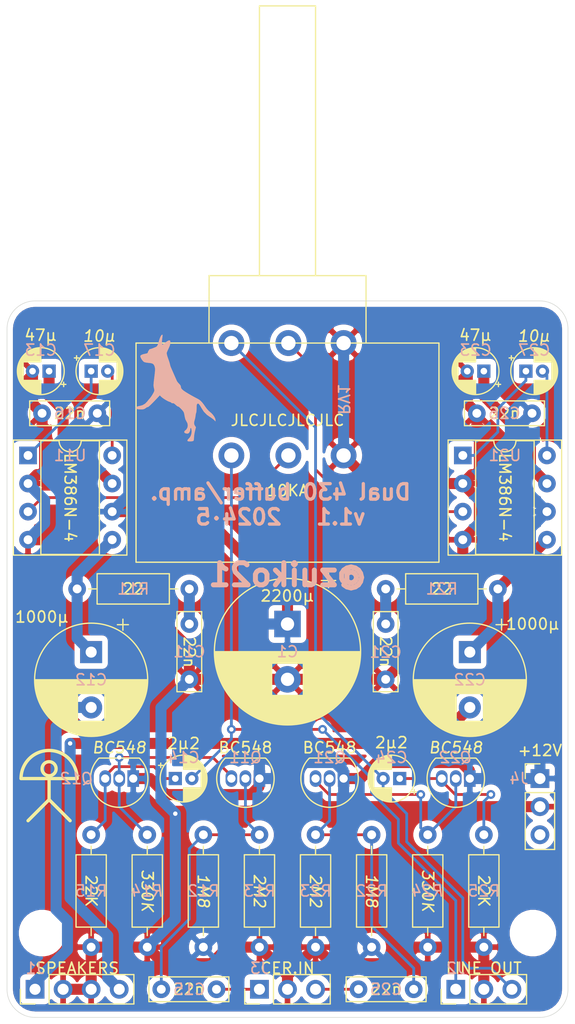
<source format=kicad_pcb>
(kicad_pcb (version 20171130) (host pcbnew "(5.1.2-1)-1")
  (layers (0 F.Cu signal) (31 B.Cu signal) (34 B.Paste user) (35 F.Paste user) (36 B.SilkS user) (37 F.SilkS user) (38 B.Mask user) (39 F.Mask user) (44 Edge.Cuts user))
  (net 0 "")
  (net 1 GND)
  (net 2 +12V)
  (net 3 /LS)
  (net 4 /LO)
  (net 5 /LBP)
  (net 6 /LOUT)
  (net 7 /LBUF2)
  (net 8 /LBIAS)
  (net 9 /RS)
  (net 10 /RO)
  (net 11 /RBP)
  (net 12 /ROUT)
  (net 13 /RBIAS)
  (net 14 /LBUF1)
  (net 15 /LV)
  (net 16 /RV)
  (net 17 /L_LS)
  (net 18 /R_LS)
  (net 19 /LEFT)
  (net 20 /RIGHT)
  (net 21 /RBUF2)
  (net 22 /RBUF1)
  (net 23 /AV8L)
  (net 24 /AV1L)
  (net 25 /AV8R)
  (net 26 /AV1R)
  (module durango:chuchario600 (layer B.Cu) (at 33.655 29.21 180)
    (fp_text reference G*** hide)
    (fp_text value LOGO hide)
  )
  (module Capacitor_THT:CP_Radial_D4.0mm_P1.50mm (layer F.Cu) (at 66.04 27.94)
    (fp_text reference C27 (at 0.75 -1.905 unlocked) (layer B.SilkS) (effects (justify mirror)))
    (fp_text value 10µ (at 0.75 -3.175 unlocked) (layer F.SilkS) (effects (font (thickness 0.15) italic)))
    (pad 2 thru_hole circle (at 1.5 0) (size 1.2 1.2) (drill 0.6) (layers *.Cu *.Mask) (net 25 /AV8R))
    (pad 1 thru_hole rect (at 0 0) (size 1.2 1.2) (drill 0.6) (layers *.Cu *.Mask) (net 26 /AV1R))
  )
  (module Capacitor_THT:CP_Radial_D4.0mm_P1.50mm (layer F.Cu) (at 26.67 27.94)
    (fp_text reference C17 (at 0.75 -1.905 unlocked) (layer B.SilkS) (effects (justify mirror)))
    (fp_text value 10µ (at 0.75 -3.175) (layer F.SilkS) (effects (font (thickness 0.15) italic)))
    (pad 2 thru_hole circle (at 1.5 0) (size 1.2 1.2) (drill 0.6) (layers *.Cu *.Mask) (net 23 /AV8L))
    (pad 1 thru_hole rect (at 0 0) (size 1.2 1.2) (drill 0.6) (layers *.Cu *.Mask) (net 24 /AV1L))
  )
  (module MountingHole:MountingHole_3.2mm_M3_DIN965 (layer F.Cu) (at 66.675 78.74)
    (fp_text reference H2 hide)
    (fp_text value MountingHole hide)
    (pad 1 np_thru_hole circle (at 0 0) (size 3.2 3.2) (drill 3.2) (layers *.Cu *.Mask))
  )
  (module MountingHole:MountingHole_3.2mm_M3_DIN965 (layer F.Cu) (at 22.225 78.74)
    (fp_text reference H1 hide)
    (fp_text value MountingHole hide)
    (pad 1 np_thru_hole circle (at 0 0) (size 3.2 3.2) (drill 3.2) (layers *.Cu *.Mask))
  )
  (module Connector_PinHeader_2.54mm:PinHeader_1x04_P2.54mm_Vertical (layer F.Cu) (at 21.59 83.82 90)
    (fp_text reference J1 (at 1.905 0 180) (layer B.SilkS) (effects (justify mirror)))
    (fp_text value SPEAKERS (at 1.905 3.81 unlocked) (layer F.SilkS))
    (pad 4 thru_hole oval (at 0 7.62 90) (size 1.7 1.7) (drill 1) (layers *.Cu *.Mask) (net 18 /R_LS))
    (pad 3 thru_hole oval (at 0 5.08 90) (size 1.7 1.7) (drill 1) (layers *.Cu *.Mask) (net 1 GND))
    (pad 2 thru_hole oval (at 0 2.54 90) (size 1.7 1.7) (drill 1) (layers *.Cu *.Mask) (net 1 GND))
    (pad 1 thru_hole rect (at 0 0 90) (size 1.7 1.7) (drill 1) (layers *.Cu *.Mask) (net 17 /L_LS))
  )
  (module Potentiometer_THT:Potentiometer_Alps_225G_Dual_Horizontal (layer F.Cu) (at 49.53 30.48 90)
    (fp_text reference RV1 (at 0 0 270 unlocked) (layer B.SilkS) (effects (justify mirror)))
    (fp_text value 10KA (at -8.255 -5.08 unlocked) (layer F.SilkS))
    (pad 4 thru_hole circle (at 5.08 0 90) (size 2.34 2.34) (drill 1.3) (layers *.Cu *.Mask) (net 1 GND))
    (pad 5 thru_hole circle (at 5.08 -5 90) (size 2.34 2.34) (drill 1.3) (layers *.Cu *.Mask) (net 16 /RV))
    (pad 6 thru_hole circle (at 5.08 -10.16 90) (size 2.34 2.34) (drill 1.3) (layers *.Cu *.Mask) (net 12 /ROUT))
    (pad 1 thru_hole circle (at -5.08 0 90) (size 2.34 2.34) (drill 1.3) (layers *.Cu *.Mask) (net 1 GND))
    (pad 2 thru_hole circle (at -5.08 -5 90) (size 2.34 2.34) (drill 1.3) (layers *.Cu *.Mask) (net 15 /LV))
    (pad 3 thru_hole circle (at -5.08 -10.16 90) (size 2.34 2.34) (drill 1.3) (layers *.Cu *.Mask) (net 6 /LOUT))
  )
  (module Capacitor_THT:C_Rect_L7.0mm_W2.0mm_P5.00mm (layer F.Cu) (at 61.595 31.75)
    (fp_text reference C26 (at 2.5 0 unlocked) (layer B.SilkS) (effects (justify mirror)))
    (fp_text value 22n (at 2.5 0 unlocked) (layer F.SilkS))
    (pad 2 thru_hole circle (at 5 0) (size 1.6 1.6) (drill 0.8) (layers *.Cu *.Mask) (net 2 +12V))
    (pad 1 thru_hole circle (at 0 0) (size 1.6 1.6) (drill 0.8) (layers *.Cu *.Mask) (net 1 GND))
  )
  (module Capacitor_THT:C_Rect_L7.0mm_W2.0mm_P5.00mm (layer F.Cu) (at 55.88 83.82 180)
    (fp_text reference C25 (at 2.5 0 unlocked) (layer B.SilkS) (effects (justify mirror)))
    (fp_text value 22n (at 2.5 0 unlocked) (layer F.SilkS))
    (pad 2 thru_hole circle (at 5 0 180) (size 1.6 1.6) (drill 0.8) (layers *.Cu *.Mask) (net 20 /RIGHT))
    (pad 1 thru_hole circle (at 0 0 180) (size 1.6 1.6) (drill 0.8) (layers *.Cu *.Mask) (net 13 /RBIAS))
  )
  (module Capacitor_THT:C_Rect_L7.0mm_W2.0mm_P5.00mm (layer F.Cu) (at 53.34 50.8 270)
    (fp_text reference C21 (at 2.54 0 unlocked) (layer B.SilkS) (effects (justify mirror)))
    (fp_text value 22n (at 2.5 0 270 unlocked) (layer F.SilkS))
    (pad 2 thru_hole circle (at 5 0 270) (size 1.6 1.6) (drill 0.8) (layers *.Cu *.Mask) (net 1 GND))
    (pad 1 thru_hole circle (at 0 0 270) (size 1.6 1.6) (drill 0.8) (layers *.Cu *.Mask) (net 9 /RS))
  )
  (module Capacitor_THT:C_Rect_L7.0mm_W2.0mm_P5.00mm (layer F.Cu) (at 22.225 31.75)
    (fp_text reference C16 (at 2.54 0 unlocked) (layer B.SilkS) (effects (justify mirror)))
    (fp_text value 22n (at 2.5 0) (layer F.SilkS))
    (pad 2 thru_hole circle (at 5 0) (size 1.6 1.6) (drill 0.8) (layers *.Cu *.Mask) (net 2 +12V))
    (pad 1 thru_hole circle (at 0 0) (size 1.6 1.6) (drill 0.8) (layers *.Cu *.Mask) (net 1 GND))
  )
  (module Capacitor_THT:C_Rect_L7.0mm_W2.0mm_P5.00mm (layer F.Cu) (at 33.02 83.82)
    (fp_text reference C15 (at 2.54 0 unlocked) (layer B.SilkS) (effects (justify mirror)))
    (fp_text value 22n (at 2.5 0) (layer F.SilkS))
    (pad 2 thru_hole circle (at 5 0) (size 1.6 1.6) (drill 0.8) (layers *.Cu *.Mask) (net 19 /LEFT))
    (pad 1 thru_hole circle (at 0 0) (size 1.6 1.6) (drill 0.8) (layers *.Cu *.Mask) (net 8 /LBIAS))
  )
  (module Capacitor_THT:C_Rect_L7.0mm_W2.0mm_P5.00mm (layer F.Cu) (at 35.56 50.8 270)
    (fp_text reference C11 (at 2.5 0 unlocked) (layer B.SilkS) (effects (justify mirror)))
    (fp_text value 22n (at 2.54 0 270 unlocked) (layer F.SilkS))
    (pad 2 thru_hole circle (at 5 0 270) (size 1.6 1.6) (drill 0.8) (layers *.Cu *.Mask) (net 1 GND))
    (pad 1 thru_hole circle (at 0 0 270) (size 1.6 1.6) (drill 0.8) (layers *.Cu *.Mask) (net 3 /LS))
  )
  (module Connector_PinHeader_2.54mm:PinHeader_1x03_P2.54mm_Vertical (layer F.Cu) (at 59.69 83.82 90)
    (fp_text reference J2 (at 1.905 0 unlocked) (layer B.SilkS) (effects (justify mirror)))
    (fp_text value "LINE OUT" (at 1.905 2.54 unlocked) (layer F.SilkS))
    (pad 3 thru_hole oval (at 0 5.08 90) (size 1.7 1.7) (drill 1) (layers *.Cu *.Mask) (net 12 /ROUT))
    (pad 2 thru_hole oval (at 0 2.54 90) (size 1.7 1.7) (drill 1) (layers *.Cu *.Mask) (net 1 GND))
    (pad 1 thru_hole rect (at 0 0 90) (size 1.7 1.7) (drill 1) (layers *.Cu *.Mask) (net 6 /LOUT))
  )
  (module Package_DIP:DIP-8_W7.62mm_Socket (layer F.Cu) (at 60.325 35.56)
    (fp_text reference U21 (at 3.81 0 unlocked) (layer B.SilkS) (effects (justify mirror)))
    (fp_text value LM386N-4 (at 3.81 3.81 270 unlocked) (layer F.SilkS))
    (pad 8 thru_hole oval (at 7.62 0) (size 1.6 1.6) (drill 0.8) (layers *.Cu *.Mask) (net 25 /AV8R))
    (pad 4 thru_hole oval (at 0 7.62) (size 1.6 1.6) (drill 0.8) (layers *.Cu *.Mask) (net 1 GND))
    (pad 7 thru_hole oval (at 7.62 2.54) (size 1.6 1.6) (drill 0.8) (layers *.Cu *.Mask) (net 11 /RBP))
    (pad 3 thru_hole oval (at 0 5.08) (size 1.6 1.6) (drill 0.8) (layers *.Cu *.Mask) (net 16 /RV))
    (pad 6 thru_hole oval (at 7.62 5.08) (size 1.6 1.6) (drill 0.8) (layers *.Cu *.Mask) (net 2 +12V))
    (pad 2 thru_hole oval (at 0 2.54) (size 1.6 1.6) (drill 0.8) (layers *.Cu *.Mask) (net 1 GND))
    (pad 5 thru_hole oval (at 7.62 7.62) (size 1.6 1.6) (drill 0.8) (layers *.Cu *.Mask) (net 10 /RO))
    (pad 1 thru_hole rect (at 0 0) (size 1.6 1.6) (drill 0.8) (layers *.Cu *.Mask) (net 26 /AV1R))
  )
  (module Package_DIP:DIP-8_W7.62mm_Socket (layer F.Cu) (at 20.955 35.56)
    (fp_text reference U11 (at 3.81 0 unlocked) (layer B.SilkS) (effects (justify mirror)))
    (fp_text value LM386N-4 (at 3.81 3.81 270 unlocked) (layer F.SilkS))
    (pad 8 thru_hole oval (at 7.62 0) (size 1.6 1.6) (drill 0.8) (layers *.Cu *.Mask) (net 23 /AV8L))
    (pad 4 thru_hole oval (at 0 7.62) (size 1.6 1.6) (drill 0.8) (layers *.Cu *.Mask) (net 1 GND))
    (pad 7 thru_hole oval (at 7.62 2.54) (size 1.6 1.6) (drill 0.8) (layers *.Cu *.Mask) (net 5 /LBP))
    (pad 3 thru_hole oval (at 0 5.08) (size 1.6 1.6) (drill 0.8) (layers *.Cu *.Mask) (net 15 /LV))
    (pad 6 thru_hole oval (at 7.62 5.08) (size 1.6 1.6) (drill 0.8) (layers *.Cu *.Mask) (net 2 +12V))
    (pad 2 thru_hole oval (at 0 2.54) (size 1.6 1.6) (drill 0.8) (layers *.Cu *.Mask) (net 1 GND))
    (pad 5 thru_hole oval (at 7.62 7.62) (size 1.6 1.6) (drill 0.8) (layers *.Cu *.Mask) (net 4 /LO))
    (pad 1 thru_hole rect (at 0 0) (size 1.6 1.6) (drill 0.8) (layers *.Cu *.Mask) (net 24 /AV1L))
  )
  (module Resistor_THT:R_Axial_DIN0207_L6.3mm_D2.5mm_P10.16mm_Horizontal (layer F.Cu) (at 62.23 69.85 270)
    (fp_text reference R25 (at 5.08 0 unlocked) (layer B.SilkS) (effects (justify mirror)))
    (fp_text value 22K (at 5.08 0 270 unlocked) (layer F.SilkS))
    (pad 2 thru_hole oval (at 10.16 0 270) (size 1.6 1.6) (drill 0.8) (layers *.Cu *.Mask) (net 1 GND))
    (pad 1 thru_hole circle (at 0 0 270) (size 1.6 1.6) (drill 0.8) (layers *.Cu *.Mask) (net 21 /RBUF2))
  )
  (module Resistor_THT:R_Axial_DIN0207_L6.3mm_D2.5mm_P10.16mm_Horizontal (layer F.Cu) (at 57.15 69.85 270)
    (fp_text reference R24 (at 5.08 0 unlocked) (layer B.SilkS) (effects (font (thickness 0.15) italic) (justify mirror)))
    (fp_text value 330K (at 5.08 0 270 unlocked) (layer F.SilkS) (effects (font (thickness 0.15) italic)))
    (pad 2 thru_hole oval (at 10.16 0 270) (size 1.6 1.6) (drill 0.8) (layers *.Cu *.Mask) (net 1 GND))
    (pad 1 thru_hole circle (at 0 0 270) (size 1.6 1.6) (drill 0.8) (layers *.Cu *.Mask) (net 22 /RBUF1))
  )
  (module Resistor_THT:R_Axial_DIN0207_L6.3mm_D2.5mm_P10.16mm_Horizontal (layer F.Cu) (at 46.99 69.85 270)
    (fp_text reference R23 (at 5.08 0 unlocked) (layer B.SilkS) (effects (justify mirror)))
    (fp_text value 2M2 (at 5.08 0 270 unlocked) (layer F.SilkS) (effects (font (thickness 0.15) italic)))
    (pad 2 thru_hole oval (at 10.16 0 270) (size 1.6 1.6) (drill 0.8) (layers *.Cu *.Mask) (net 1 GND))
    (pad 1 thru_hole circle (at 0 0 270) (size 1.6 1.6) (drill 0.8) (layers *.Cu *.Mask) (net 13 /RBIAS))
  )
  (module Resistor_THT:R_Axial_DIN0207_L6.3mm_D2.5mm_P10.16mm_Horizontal (layer F.Cu) (at 52.07 80.01 90)
    (fp_text reference R22 (at 5.08 0 unlocked) (layer B.SilkS) (effects (justify mirror)))
    (fp_text value 1M8 (at 5.08 0 270 unlocked) (layer F.SilkS) (effects (font (thickness 0.15) italic)))
    (pad 2 thru_hole oval (at 10.16 0 90) (size 1.6 1.6) (drill 0.8) (layers *.Cu *.Mask) (net 13 /RBIAS))
    (pad 1 thru_hole circle (at 0 0 90) (size 1.6 1.6) (drill 0.8) (layers *.Cu *.Mask) (net 2 +12V))
  )
  (module Resistor_THT:R_Axial_DIN0207_L6.3mm_D2.5mm_P10.16mm_Horizontal (layer F.Cu) (at 63.5 47.625 180)
    (fp_text reference R21 (at 5.08 0) (layer B.SilkS) (effects (justify mirror)))
    (fp_text value 22 (at 5.08 0) (layer F.SilkS))
    (pad 2 thru_hole oval (at 10.16 0 180) (size 1.6 1.6) (drill 0.8) (layers *.Cu *.Mask) (net 9 /RS))
    (pad 1 thru_hole circle (at 0 0 180) (size 1.6 1.6) (drill 0.8) (layers *.Cu *.Mask) (net 10 /RO))
  )
  (module Resistor_THT:R_Axial_DIN0207_L6.3mm_D2.5mm_P10.16mm_Horizontal (layer F.Cu) (at 26.67 69.85 270)
    (fp_text reference R15 (at 5.08 0 unlocked) (layer B.SilkS) (effects (justify mirror)))
    (fp_text value 22K (at 5.08 0 270 unlocked) (layer F.SilkS))
    (pad 2 thru_hole oval (at 10.16 0 270) (size 1.6 1.6) (drill 0.8) (layers *.Cu *.Mask) (net 1 GND))
    (pad 1 thru_hole circle (at 0 0 270) (size 1.6 1.6) (drill 0.8) (layers *.Cu *.Mask) (net 7 /LBUF2))
  )
  (module Resistor_THT:R_Axial_DIN0207_L6.3mm_D2.5mm_P10.16mm_Horizontal (layer F.Cu) (at 31.75 69.85 270)
    (fp_text reference R14 (at 5.08 0 unlocked) (layer B.SilkS) (effects (font (thickness 0.15) italic) (justify mirror)))
    (fp_text value 330K (at 5.08 0 270 unlocked) (layer F.SilkS) (effects (font (thickness 0.15) italic)))
    (pad 2 thru_hole oval (at 10.16 0 270) (size 1.6 1.6) (drill 0.8) (layers *.Cu *.Mask) (net 1 GND))
    (pad 1 thru_hole circle (at 0 0 270) (size 1.6 1.6) (drill 0.8) (layers *.Cu *.Mask) (net 14 /LBUF1))
  )
  (module Resistor_THT:R_Axial_DIN0207_L6.3mm_D2.5mm_P10.16mm_Horizontal (layer F.Cu) (at 41.91 69.85 270)
    (fp_text reference R13 (at 5.08 0 unlocked) (layer B.SilkS) (effects (justify mirror)))
    (fp_text value 2M2 (at 5.08 0 270 unlocked) (layer F.SilkS) (effects (font (thickness 0.15) italic)))
    (pad 2 thru_hole oval (at 10.16 0 270) (size 1.6 1.6) (drill 0.8) (layers *.Cu *.Mask) (net 1 GND))
    (pad 1 thru_hole circle (at 0 0 270) (size 1.6 1.6) (drill 0.8) (layers *.Cu *.Mask) (net 8 /LBIAS))
  )
  (module Resistor_THT:R_Axial_DIN0207_L6.3mm_D2.5mm_P10.16mm_Horizontal (layer F.Cu) (at 36.83 80.01 90)
    (fp_text reference R12 (at 5.08 0 unlocked) (layer B.SilkS) (effects (justify mirror)))
    (fp_text value 1M8 (at 5.08 0 270 unlocked) (layer F.SilkS) (effects (font (thickness 0.15) italic)))
    (pad 2 thru_hole oval (at 10.16 0 90) (size 1.6 1.6) (drill 0.8) (layers *.Cu *.Mask) (net 8 /LBIAS))
    (pad 1 thru_hole circle (at 0 0 90) (size 1.6 1.6) (drill 0.8) (layers *.Cu *.Mask) (net 2 +12V))
  )
  (module Resistor_THT:R_Axial_DIN0207_L6.3mm_D2.5mm_P10.16mm_Horizontal (layer F.Cu) (at 25.4 47.625)
    (fp_text reference R11 (at 5.08 0) (layer B.SilkS) (effects (justify mirror)))
    (fp_text value 22 (at 5.08 0) (layer F.SilkS))
    (pad 2 thru_hole oval (at 10.16 0) (size 1.6 1.6) (drill 0.8) (layers *.Cu *.Mask) (net 3 /LS))
    (pad 1 thru_hole circle (at 0 0) (size 1.6 1.6) (drill 0.8) (layers *.Cu *.Mask) (net 4 /LO))
  )
  (module Package_TO_SOT_THT:TO-92_Inline (layer F.Cu) (at 60.96 64.77 180)
    (fp_text reference Q22 (at 1.27 1.905 unlocked) (layer B.SilkS) (effects (font (thickness 0.15) italic) (justify mirror)))
    (fp_text value BC548 (at 1.27 2.79) (layer F.SilkS) (effects (font (thickness 0.15) italic)))
    (pad 1 thru_hole rect (at 0 0 180) (size 1.05 1.5) (drill 0.75) (layers *.Cu *.Mask) (net 2 +12V))
    (pad 3 thru_hole oval (at 2.54 0 180) (size 1.05 1.5) (drill 0.75) (layers *.Cu *.Mask) (net 21 /RBUF2))
    (pad 2 thru_hole oval (at 1.27 0 180) (size 1.05 1.5) (drill 0.75) (layers *.Cu *.Mask) (net 22 /RBUF1))
  )
  (module Package_TO_SOT_THT:TO-92_Inline (layer F.Cu) (at 49.53 64.77 180)
    (fp_text reference Q21 (at 1.27 1.905) (layer B.SilkS) (effects (justify mirror)))
    (fp_text value BC548 (at 1.27 2.79) (layer F.SilkS))
    (pad 1 thru_hole rect (at 0 0 180) (size 1.05 1.5) (drill 0.75) (layers *.Cu *.Mask) (net 2 +12V))
    (pad 3 thru_hole oval (at 2.54 0 180) (size 1.05 1.5) (drill 0.75) (layers *.Cu *.Mask) (net 22 /RBUF1))
    (pad 2 thru_hole oval (at 1.27 0 180) (size 1.05 1.5) (drill 0.75) (layers *.Cu *.Mask) (net 13 /RBIAS))
  )
  (module Package_TO_SOT_THT:TO-92_Inline (layer F.Cu) (at 30.48 64.77 180)
    (fp_text reference Q12 (at 5.08 0) (layer B.SilkS) (effects (font (thickness 0.15) italic) (justify mirror)))
    (fp_text value BC548 (at 1.27 2.79) (layer F.SilkS) (effects (font (thickness 0.15) italic)))
    (pad 1 thru_hole rect (at 0 0 180) (size 1.05 1.5) (drill 0.75) (layers *.Cu *.Mask) (net 2 +12V))
    (pad 3 thru_hole oval (at 2.54 0 180) (size 1.05 1.5) (drill 0.75) (layers *.Cu *.Mask) (net 7 /LBUF2))
    (pad 2 thru_hole oval (at 1.27 0 180) (size 1.05 1.5) (drill 0.75) (layers *.Cu *.Mask) (net 14 /LBUF1))
  )
  (module Package_TO_SOT_THT:TO-92_Inline (layer F.Cu) (at 41.91 64.77 180)
    (fp_text reference Q11 (at 1.27 1.905) (layer B.SilkS) (effects (justify mirror)))
    (fp_text value BC548 (at 1.27 2.79) (layer F.SilkS))
    (pad 1 thru_hole rect (at 0 0 180) (size 1.05 1.5) (drill 0.75) (layers *.Cu *.Mask) (net 2 +12V))
    (pad 3 thru_hole oval (at 2.54 0 180) (size 1.05 1.5) (drill 0.75) (layers *.Cu *.Mask) (net 14 /LBUF1))
    (pad 2 thru_hole oval (at 1.27 0 180) (size 1.05 1.5) (drill 0.75) (layers *.Cu *.Mask) (net 8 /LBIAS))
  )
  (module Connector_PinHeader_2.54mm:PinHeader_1x03_P2.54mm_Vertical (layer F.Cu) (at 67.31 64.77)
    (fp_text reference J4 (at -1.905 0 unlocked) (layer B.SilkS) (effects (justify mirror)))
    (fp_text value +12V (at 0 -2.54 unlocked) (layer F.SilkS))
    (pad 3 thru_hole oval (at 0 5.08) (size 1.7 1.7) (drill 1) (layers *.Cu *.Mask))
    (pad 2 thru_hole oval (at 0 2.54) (size 1.7 1.7) (drill 1) (layers *.Cu *.Mask) (net 1 GND))
    (pad 1 thru_hole rect (at 0 0) (size 1.7 1.7) (drill 1) (layers *.Cu *.Mask) (net 2 +12V))
  )
  (module Connector_PinHeader_2.54mm:PinHeader_1x03_P2.54mm_Vertical (layer F.Cu) (at 41.91 83.82 90)
    (fp_text reference J3 (at 1.905 0 unlocked) (layer B.SilkS) (effects (justify mirror)))
    (fp_text value CER.IN (at 1.905 2.54 unlocked) (layer F.SilkS))
    (pad 3 thru_hole oval (at 0 5.08 90) (size 1.7 1.7) (drill 1) (layers *.Cu *.Mask) (net 20 /RIGHT))
    (pad 2 thru_hole oval (at 0 2.54 90) (size 1.7 1.7) (drill 1) (layers *.Cu *.Mask) (net 1 GND))
    (pad 1 thru_hole rect (at 0 0 90) (size 1.7 1.7) (drill 1) (layers *.Cu *.Mask) (net 19 /LEFT))
  )
  (module Capacitor_THT:CP_Radial_D4.0mm_P1.50mm (layer F.Cu) (at 54.61 64.77 180)
    (fp_text reference C24 (at 0.75 1.905 unlocked) (layer B.SilkS) (effects (justify mirror)))
    (fp_text value 2µ2 (at 0.75 3.25) (layer F.SilkS))
    (pad 2 thru_hole circle (at 1.5 0 180) (size 1.2 1.2) (drill 0.6) (layers *.Cu *.Mask) (net 12 /ROUT))
    (pad 1 thru_hole rect (at 0 0 180) (size 1.2 1.2) (drill 0.6) (layers *.Cu *.Mask) (net 21 /RBUF2))
  )
  (module Capacitor_THT:CP_Radial_D4.0mm_P1.50mm (layer F.Cu) (at 62.23 27.94 180)
    (fp_text reference C23 (at 0.75 1.905 unlocked) (layer B.SilkS) (effects (justify mirror)))
    (fp_text value 47µ (at 0.75 3.25 unlocked) (layer F.SilkS))
    (pad 2 thru_hole circle (at 1.5 0 180) (size 1.2 1.2) (drill 0.6) (layers *.Cu *.Mask) (net 1 GND))
    (pad 1 thru_hole rect (at 0 0 180) (size 1.2 1.2) (drill 0.6) (layers *.Cu *.Mask) (net 11 /RBP))
  )
  (module Capacitor_THT:CP_Radial_D10.0mm_P5.00mm (layer F.Cu) (at 60.96 53.34 270)
    (fp_text reference C22 (at 2.5 0 unlocked) (layer B.SilkS) (effects (justify mirror)))
    (fp_text value 1000µ (at -2.54 -5.715) (layer F.SilkS))
    (pad 2 thru_hole circle (at 5 0 270) (size 2 2) (drill 1) (layers *.Cu *.Mask) (net 18 /R_LS))
    (pad 1 thru_hole rect (at 0 0 270) (size 2 2) (drill 1) (layers *.Cu *.Mask) (net 10 /RO))
  )
  (module Capacitor_THT:CP_Radial_D4.0mm_P1.50mm (layer F.Cu) (at 34.29 64.77)
    (fp_text reference C14 (at 0.75 -1.905) (layer B.SilkS) (effects (justify mirror)))
    (fp_text value 2µ2 (at 0.75 -3.175) (layer F.SilkS))
    (pad 2 thru_hole circle (at 1.5 0) (size 1.2 1.2) (drill 0.6) (layers *.Cu *.Mask) (net 6 /LOUT))
    (pad 1 thru_hole rect (at 0 0) (size 1.2 1.2) (drill 0.6) (layers *.Cu *.Mask) (net 7 /LBUF2))
  )
  (module Capacitor_THT:CP_Radial_D4.0mm_P1.50mm (layer F.Cu) (at 22.86 27.94 180)
    (fp_text reference C13 (at 0.75 1.905 unlocked) (layer B.SilkS) (effects (justify mirror)))
    (fp_text value 47µ (at 0.75 3.25) (layer F.SilkS))
    (pad 2 thru_hole circle (at 1.5 0 180) (size 1.2 1.2) (drill 0.6) (layers *.Cu *.Mask) (net 1 GND))
    (pad 1 thru_hole rect (at 0 0 180) (size 1.2 1.2) (drill 0.6) (layers *.Cu *.Mask) (net 5 /LBP))
  )
  (module Capacitor_THT:CP_Radial_D10.0mm_P5.00mm (layer F.Cu) (at 26.67 53.34 270)
    (fp_text reference C12 (at 2.5 0 unlocked) (layer B.SilkS) (effects (justify mirror)))
    (fp_text value 1000µ (at -3.175 4.445 unlocked) (layer F.SilkS))
    (pad 2 thru_hole circle (at 5 0 270) (size 2 2) (drill 1) (layers *.Cu *.Mask) (net 17 /L_LS))
    (pad 1 thru_hole rect (at 0 0 270) (size 2 2) (drill 1) (layers *.Cu *.Mask) (net 4 /LO))
  )
  (module Capacitor_THT:CP_Radial_D13.0mm_P5.00mm (layer F.Cu) (at 44.45 50.8 270)
    (fp_text reference C1 (at 2.5 0 unlocked) (layer B.SilkS) (effects (justify mirror)))
    (fp_text value 2200µ (at -2.54 0 unlocked) (layer F.SilkS))
    (pad 2 thru_hole circle (at 5 0 270) (size 2.4 2.4) (drill 1.2) (layers *.Cu *.Mask) (net 1 GND))
    (pad 1 thru_hole rect (at 0 0 270) (size 2.4 2.4) (drill 1.2) (layers *.Cu *.Mask) (net 2 +12V))
  )
  (gr_text JLCJLCJLCJLC (at 44.45 32.385) (layer F.SilkS) (effects (font (size 1 1))))
  (gr_text @zuiko21 (at 44.45 46.355) (layer B.SilkS) (effects (font (size 2 2) (thickness 0.45)) (justify mirror)))
  (gr_text "Dual 430 buffer/amp.\nv1.1   2024·5" (at 43.815 40.005) (layer B.SilkS) (effects (font (size 1.4 1.4) (thickness 0.3)) (justify mirror)))
  (gr_line (start 22.86 66.675) (end 24.765 68.58) (layer F.SilkS) (width 0.3))
  (gr_line (start 22.86 66.675) (end 20.955 68.58) (layer F.SilkS) (width 0.3))
  (gr_line (start 22.86 64.77) (end 22.86 66.675) (layer F.SilkS) (width 0.3))
  (gr_line (start 20.32 64.77) (end 25.4 64.77) (layer F.SilkS) (width 0.3))
  (gr_circle (center 22.86 63.881) (end 23.495 63.881) (layer F.SilkS) (width 0.3))
  (gr_arc (start 22.86 64.77) (end 25.4 64.77) (angle -180) (layer F.SilkS) (width 0.3))
  (gr_arc (start 21.59 24.13) (end 21.59 21.59) (angle -90) (layer Edge.Cuts) (width 0.05))
  (gr_arc (start 67.31 24.13) (end 69.85 24.13) (angle -90) (layer Edge.Cuts) (width 0.05))
  (gr_arc (start 67.31 83.82) (end 67.31 86.36) (angle -90) (layer Edge.Cuts) (width 0.05))
  (gr_arc (start 21.59 83.82) (end 19.05 83.82) (angle -90) (layer Edge.Cuts) (width 0.05))
  (gr_line (start 19.05 24.13) (end 19.05 83.82) (layer Edge.Cuts) (width 0.05))
  (gr_line (start 67.31 21.59) (end 21.59 21.59) (layer Edge.Cuts) (width 0.05))
  (gr_line (start 69.85 83.82) (end 69.85 24.13) (layer Edge.Cuts) (width 0.05))
  (gr_line (start 21.59 86.36) (end 67.31 86.36) (layer Edge.Cuts) (width 0.05))
  (segment (start 35.56 55.8) (end 53.34 55.8) (width 1) (layer F.Cu) (net 1))
  (segment (start 26.67 83.82) (end 24.13 83.82) (width 1) (layer F.Cu) (net 1))
  (segment (start 26.67 80.01) (end 31.75 80.01) (width 1) (layer F.Cu) (net 1))
  (segment (start 41.91 80.01) (end 44.45 82.55) (width 1) (layer F.Cu) (net 1))
  (segment (start 44.45 82.55) (end 46.99 80.01) (width 1) (layer F.Cu) (net 1))
  (segment (start 44.45 83.82) (end 44.45 82.55) (width 1) (layer F.Cu) (net 1))
  (segment (start 57.15 80.01) (end 62.23 80.01) (width 1) (layer F.Cu) (net 1))
  (segment (start 49.53 25.4) (end 49.53 35.56) (width 1) (layer B.Cu) (net 1))
  (segment (start 21.754999 42.380001) (end 20.955 43.18) (width 1) (layer B.Cu) (net 1))
  (segment (start 22.455001 41.679999) (end 21.754999 42.380001) (width 1) (layer B.Cu) (net 1))
  (segment (start 22.455001 39.600001) (end 22.455001 41.679999) (width 1) (layer B.Cu) (net 1))
  (segment (start 20.955 38.1) (end 22.455001 39.600001) (width 1) (layer B.Cu) (net 1))
  (segment (start 26.67 80.01) (end 26.67 83.82) (width 1) (layer F.Cu) (net 1))
  (segment (start 62.23 80.01) (end 62.23 83.82) (width 1) (layer F.Cu) (net 1))
  (segment (start 61.124999 37.300001) (end 60.325 38.1) (width 1) (layer F.Cu) (net 1))
  (segment (start 61.595 31.75) (end 61.595 32.88137) (width 1) (layer F.Cu) (net 1))
  (segment (start 61.825001 33.111371) (end 61.825001 36.920001) (width 1) (layer F.Cu) (net 1))
  (segment (start 61.595 32.88137) (end 61.825001 33.111371) (width 1) (layer F.Cu) (net 1))
  (segment (start 61.825001 36.920001) (end 61.445001 37.300001) (width 1) (layer F.Cu) (net 1))
  (segment (start 61.445001 37.300001) (end 61.124999 37.300001) (width 1) (layer F.Cu) (net 1))
  (segment (start 61.825001 41.679999) (end 60.325 43.18) (width 1) (layer F.Cu) (net 1))
  (segment (start 60.325 38.1) (end 61.825001 39.600001) (width 1) (layer F.Cu) (net 1))
  (segment (start 61.825001 39.600001) (end 61.825001 41.679999) (width 1) (layer F.Cu) (net 1))
  (segment (start 52.07 38.1) (end 60.325 38.1) (width 1) (layer F.Cu) (net 1))
  (segment (start 49.53 35.56) (end 52.07 38.1) (width 1) (layer F.Cu) (net 1))
  (via (at 34.29 67.945) (size 0.8) (drill 0.4) (layers F.Cu B.Cu) (net 1))
  (segment (start 41.119495 67.945) (end 34.29 67.945) (width 1) (layer F.Cu) (net 1))
  (segment (start 41.754495 67.31) (end 41.119495 67.945) (width 1) (layer F.Cu) (net 1))
  (segment (start 67.31 67.31) (end 41.754495 67.31) (width 1) (layer F.Cu) (net 1))
  (segment (start 34.760001 56.599999) (end 35.56 55.8) (width 1) (layer B.Cu) (net 1))
  (segment (start 32.989999 58.370001) (end 34.760001 56.599999) (width 1) (layer B.Cu) (net 1))
  (segment (start 32.989999 66.644999) (end 32.989999 58.370001) (width 1) (layer B.Cu) (net 1))
  (segment (start 34.29 67.945) (end 32.989999 66.644999) (width 1) (layer B.Cu) (net 1))
  (segment (start 34.29 77.47) (end 31.75 80.01) (width 1) (layer B.Cu) (net 1))
  (segment (start 34.29 67.945) (end 34.29 77.47) (width 1) (layer B.Cu) (net 1))
  (segment (start 60.325 48.815) (end 60.325 43.18) (width 1) (layer F.Cu) (net 1))
  (segment (start 53.34 55.8) (end 60.325 48.815) (width 1) (layer F.Cu) (net 1))
  (segment (start 35.56 54.66863) (end 35.56 55.8) (width 1) (layer F.Cu) (net 1))
  (segment (start 35.56 53.020002) (end 35.56 54.66863) (width 1) (layer F.Cu) (net 1))
  (segment (start 25.719998 43.18) (end 35.56 53.020002) (width 1) (layer F.Cu) (net 1))
  (segment (start 20.955 43.18) (end 25.719998 43.18) (width 1) (layer F.Cu) (net 1))
  (segment (start 47.789999 80.809999) (end 46.99 80.01) (width 1) (layer F.Cu) (net 1))
  (segment (start 48.490001 81.510001) (end 47.789999 80.809999) (width 1) (layer F.Cu) (net 1))
  (segment (start 54.518629 81.510001) (end 48.490001 81.510001) (width 1) (layer F.Cu) (net 1))
  (segment (start 56.01863 80.01) (end 54.518629 81.510001) (width 1) (layer F.Cu) (net 1))
  (segment (start 57.15 80.01) (end 56.01863 80.01) (width 1) (layer F.Cu) (net 1))
  (segment (start 32.549999 80.809999) (end 31.75 80.01) (width 1) (layer F.Cu) (net 1))
  (segment (start 33.250001 81.510001) (end 32.549999 80.809999) (width 1) (layer F.Cu) (net 1))
  (segment (start 37.550001 81.510001) (end 33.250001 81.510001) (width 1) (layer F.Cu) (net 1))
  (segment (start 39.050002 80.01) (end 37.550001 81.510001) (width 1) (layer F.Cu) (net 1))
  (segment (start 41.91 80.01) (end 39.050002 80.01) (width 1) (layer F.Cu) (net 1))
  (segment (start 60.73 30.885) (end 60.73 27.94) (width 1) (layer F.Cu) (net 1))
  (segment (start 61.595 31.75) (end 60.73 30.885) (width 1) (layer F.Cu) (net 1))
  (segment (start 22.225 32.88137) (end 22.225 31.75) (width 1) (layer F.Cu) (net 1))
  (segment (start 22.455001 33.111371) (end 22.225 32.88137) (width 1) (layer F.Cu) (net 1))
  (segment (start 22.455001 36.920001) (end 22.455001 33.111371) (width 1) (layer F.Cu) (net 1))
  (segment (start 22.075001 37.300001) (end 22.455001 36.920001) (width 1) (layer F.Cu) (net 1))
  (segment (start 21.754999 37.300001) (end 22.075001 37.300001) (width 1) (layer F.Cu) (net 1))
  (segment (start 20.955 38.1) (end 21.754999 37.300001) (width 1) (layer F.Cu) (net 1))
  (segment (start 21.36 30.885) (end 21.36 27.94) (width 1) (layer F.Cu) (net 1))
  (segment (start 22.225 31.75) (end 21.36 30.885) (width 1) (layer F.Cu) (net 1))
  (segment (start 67.31 64.77) (end 60.96 64.77) (width 1) (layer B.Cu) (net 2))
  (segment (start 51.055 64.77) (end 49.53 64.77) (width 1) (layer F.Cu) (net 2))
  (segment (start 52.50501 63.31999) (end 51.055 64.77) (width 1) (layer F.Cu) (net 2))
  (segment (start 60.197415 63.31999) (end 52.50501 63.31999) (width 1) (layer F.Cu) (net 2))
  (segment (start 60.91501 64.037585) (end 60.197415 63.31999) (width 1) (layer F.Cu) (net 2))
  (segment (start 60.91501 64.72501) (end 60.91501 64.037585) (width 1) (layer F.Cu) (net 2))
  (segment (start 60.96 64.77) (end 60.91501 64.72501) (width 1) (layer F.Cu) (net 2))
  (segment (start 43.435 64.77) (end 41.91 64.77) (width 1) (layer B.Cu) (net 2))
  (segment (start 49.53 64.77) (end 49.48501 64.72501) (width 1) (layer B.Cu) (net 2))
  (segment (start 49.48501 64.72501) (end 49.48501 64.037585) (width 1) (layer B.Cu) (net 2))
  (segment (start 49.48501 64.037585) (end 48.767415 63.31999) (width 1) (layer B.Cu) (net 2))
  (segment (start 48.767415 63.31999) (end 44.88501 63.31999) (width 1) (layer B.Cu) (net 2))
  (segment (start 44.88501 63.31999) (end 43.435 64.77) (width 1) (layer B.Cu) (net 2))
  (segment (start 32.005 64.77) (end 30.48 64.77) (width 1) (layer F.Cu) (net 2))
  (segment (start 33.45501 66.22001) (end 32.005 64.77) (width 1) (layer F.Cu) (net 2))
  (segment (start 41.147415 66.22001) (end 33.45501 66.22001) (width 1) (layer F.Cu) (net 2))
  (segment (start 41.86501 65.502415) (end 41.147415 66.22001) (width 1) (layer F.Cu) (net 2))
  (segment (start 41.86501 64.81499) (end 41.86501 65.502415) (width 1) (layer F.Cu) (net 2))
  (segment (start 41.91 64.77) (end 41.86501 64.81499) (width 1) (layer F.Cu) (net 2))
  (segment (start 28.024999 32.549999) (end 27.225 31.75) (width 1) (layer B.Cu) (net 2))
  (segment (start 30.075001 34.600001) (end 28.024999 32.549999) (width 1) (layer B.Cu) (net 2))
  (segment (start 30.075001 39.139999) (end 30.075001 34.600001) (width 1) (layer B.Cu) (net 2))
  (segment (start 28.575 40.64) (end 30.075001 39.139999) (width 1) (layer B.Cu) (net 2))
  (segment (start 67.31 62.92) (end 67.31 64.77) (width 1) (layer B.Cu) (net 2))
  (segment (start 66.444999 62.054999) (end 67.31 62.92) (width 1) (layer B.Cu) (net 2))
  (segment (start 66.444999 42.140001) (end 66.444999 62.054999) (width 1) (layer B.Cu) (net 2))
  (segment (start 67.945 40.64) (end 66.444999 42.140001) (width 1) (layer B.Cu) (net 2))
  (segment (start 49.53 77.47) (end 49.53 64.77) (width 1) (layer B.Cu) (net 2))
  (segment (start 52.07 80.01) (end 49.53 77.47) (width 1) (layer B.Cu) (net 2))
  (segment (start 42.25 50.8) (end 44.45 50.8) (width 1) (layer B.Cu) (net 2))
  (segment (start 41.91 51.14) (end 42.25 50.8) (width 1) (layer B.Cu) (net 2))
  (segment (start 41.91 64.77) (end 41.91 51.14) (width 1) (layer B.Cu) (net 2))
  (segment (start 36.49 40.64) (end 44.45 48.6) (width 1) (layer F.Cu) (net 2))
  (segment (start 44.45 48.6) (end 44.45 50.8) (width 1) (layer F.Cu) (net 2))
  (segment (start 28.575 40.64) (end 36.49 40.64) (width 1) (layer F.Cu) (net 2))
  (segment (start 51.270001 79.210001) (end 52.07 80.01) (width 1) (layer B.Cu) (net 2))
  (segment (start 50.569999 78.509999) (end 51.270001 79.210001) (width 1) (layer B.Cu) (net 2))
  (segment (start 38.330001 78.509999) (end 50.569999 78.509999) (width 1) (layer B.Cu) (net 2))
  (segment (start 36.83 80.01) (end 38.330001 78.509999) (width 1) (layer B.Cu) (net 2))
  (segment (start 67.145001 39.840001) (end 67.945 40.64) (width 1) (layer B.Cu) (net 2))
  (segment (start 65.795001 38.490001) (end 67.145001 39.840001) (width 1) (layer B.Cu) (net 2))
  (segment (start 65.795001 32.549999) (end 65.795001 38.490001) (width 1) (layer B.Cu) (net 2))
  (segment (start 66.595 31.75) (end 65.795001 32.549999) (width 1) (layer B.Cu) (net 2))
  (segment (start 35.56 47.625) (end 35.56 50.8) (width 1) (layer B.Cu) (net 3))
  (segment (start 25.4 52.07) (end 26.67 53.34) (width 1) (layer B.Cu) (net 4))
  (segment (start 25.4 47.625) (end 25.4 52.07) (width 1) (layer B.Cu) (net 4))
  (segment (start 25.4 46.355) (end 28.575 43.18) (width 1) (layer B.Cu) (net 4))
  (segment (start 25.4 47.625) (end 25.4 46.355) (width 1) (layer B.Cu) (net 4))
  (segment (start 24.13 31.434998) (end 24.13 33.655) (width 1) (layer F.Cu) (net 5))
  (segment (start 25.4 34.925) (end 28.575 38.1) (width 1) (layer F.Cu) (net 5))
  (segment (start 24.13 33.655) (end 25.4 34.925) (width 1) (layer F.Cu) (net 5))
  (segment (start 22.86 30.164998) (end 24.13 31.434998) (width 1) (layer F.Cu) (net 5))
  (segment (start 22.86 27.94) (end 22.86 30.164998) (width 1) (layer F.Cu) (net 5))
  (segment (start 39.37 61.19) (end 39.37 35.56) (width 0.25) (layer B.Cu) (net 6))
  (segment (start 35.79 64.77) (end 39.37 61.19) (width 0.25) (layer B.Cu) (net 6))
  (via (at 47.625 60.325) (size 0.8) (drill 0.4) (layers F.Cu B.Cu) (net 6))
  (via (at 39.37 60.325) (size 0.8) (drill 0.4) (layers F.Cu B.Cu) (net 6))
  (segment (start 47.625 60.325) (end 39.37 60.325) (width 0.25) (layer F.Cu) (net 6))
  (segment (start 39.37 60.325) (end 39.37 59.69) (width 0.25) (layer B.Cu) (net 6))
  (segment (start 59.69 75.804998) (end 59.69 83.82) (width 0.25) (layer B.Cu) (net 6))
  (segment (start 47.625 60.325) (end 52.07 64.77) (width 0.25) (layer B.Cu) (net 6))
  (segment (start 54.490001 68.460001) (end 52.07 66.04) (width 0.25) (layer B.Cu) (net 6))
  (segment (start 54.490001 70.604999) (end 54.490001 68.460001) (width 0.25) (layer B.Cu) (net 6))
  (segment (start 52.07 64.77) (end 52.07 66.04) (width 0.25) (layer B.Cu) (net 6))
  (segment (start 54.490001 70.604999) (end 59.69 75.804998) (width 0.25) (layer B.Cu) (net 6))
  (segment (start 27.94 64.545) (end 27.94 64.77) (width 0.25) (layer F.Cu) (net 7))
  (segment (start 34.29 64.77) (end 33.44 64.77) (width 0.25) (layer F.Cu) (net 7))
  (segment (start 33.44 64.77) (end 32.36499 63.69499) (width 0.25) (layer F.Cu) (net 7))
  (segment (start 32.36499 63.69499) (end 28.79001 63.69499) (width 0.25) (layer F.Cu) (net 7))
  (segment (start 28.79001 63.69499) (end 27.94 64.545) (width 0.25) (layer F.Cu) (net 7))
  (segment (start 27.94 68.58) (end 26.67 69.85) (width 0.25) (layer B.Cu) (net 7))
  (segment (start 27.94 64.77) (end 27.94 68.58) (width 0.25) (layer B.Cu) (net 7))
  (segment (start 36.83 69.85) (end 41.91 69.85) (width 0.25) (layer F.Cu) (net 8))
  (segment (start 40.64 68.58) (end 41.91 69.85) (width 0.25) (layer B.Cu) (net 8))
  (segment (start 40.64 64.77) (end 40.64 68.58) (width 0.25) (layer B.Cu) (net 8))
  (segment (start 35.56 71.12) (end 36.83 69.85) (width 0.25) (layer B.Cu) (net 8))
  (segment (start 35.56 77.47) (end 35.56 71.12) (width 0.25) (layer B.Cu) (net 8))
  (segment (start 33.02 80.01) (end 35.56 77.47) (width 0.25) (layer B.Cu) (net 8))
  (segment (start 33.02 83.82) (end 33.02 80.01) (width 0.25) (layer B.Cu) (net 8))
  (segment (start 53.34 47.625) (end 53.34 50.8) (width 1) (layer B.Cu) (net 9))
  (segment (start 63.5 50.8) (end 60.96 53.34) (width 1) (layer B.Cu) (net 10))
  (segment (start 63.5 47.625) (end 63.5 50.8) (width 1) (layer B.Cu) (net 10))
  (segment (start 63.5 47.625) (end 67.945 43.18) (width 1) (layer F.Cu) (net 10))
  (segment (start 62.865 30.799998) (end 62.854998 30.799998) (width 1) (layer F.Cu) (net 11))
  (segment (start 66.444999 36.599999) (end 66.444999 34.379997) (width 1) (layer F.Cu) (net 11))
  (segment (start 66.444999 34.379997) (end 62.865 30.799998) (width 1) (layer F.Cu) (net 11))
  (segment (start 67.945 38.1) (end 66.444999 36.599999) (width 1) (layer F.Cu) (net 11))
  (segment (start 62.23 30.164998) (end 62.23 27.94) (width 1) (layer F.Cu) (net 11))
  (segment (start 62.865 30.799998) (end 62.23 30.164998) (width 1) (layer F.Cu) (net 11))
  (segment (start 53.11 64.77) (end 46.99 58.65) (width 0.25) (layer B.Cu) (net 12))
  (segment (start 46.99 33.02) (end 39.37 25.4) (width 0.25) (layer B.Cu) (net 12))
  (segment (start 46.99 58.65) (end 46.99 33.02) (width 0.25) (layer B.Cu) (net 12))
  (segment (start 64.77 83.82) (end 62.865 81.915) (width 0.25) (layer B.Cu) (net 12))
  (segment (start 62.865 81.915) (end 60.96 81.915) (width 0.25) (layer B.Cu) (net 12))
  (segment (start 60.325 81.28) (end 60.325 75.565) (width 0.25) (layer B.Cu) (net 12))
  (segment (start 60.96 81.915) (end 60.325 81.28) (width 0.25) (layer B.Cu) (net 12))
  (segment (start 55.245 70.485) (end 55.245 67.945) (width 0.25) (layer B.Cu) (net 12))
  (segment (start 55.245 70.485) (end 60.325 75.565) (width 0.25) (layer B.Cu) (net 12))
  (segment (start 53.11 65.81) (end 53.11 65.635) (width 0.25) (layer B.Cu) (net 12))
  (segment (start 55.245 67.945) (end 53.11 65.81) (width 0.25) (layer B.Cu) (net 12))
  (segment (start 53.11 64.77) (end 53.11 65.635) (width 0.25) (layer B.Cu) (net 12))
  (segment (start 46.99 69.85) (end 52.07 69.85) (width 0.25) (layer F.Cu) (net 13))
  (segment (start 48.26 68.58) (end 46.99 69.85) (width 0.25) (layer B.Cu) (net 13))
  (segment (start 48.26 64.77) (end 48.26 68.58) (width 0.25) (layer B.Cu) (net 13))
  (segment (start 52.07 78.105) (end 55.88 81.915) (width 0.25) (layer B.Cu) (net 13))
  (segment (start 55.88 81.915) (end 55.88 83.82) (width 0.25) (layer B.Cu) (net 13))
  (segment (start 52.07 69.85) (end 52.07 78.105) (width 0.25) (layer B.Cu) (net 13))
  (segment (start 29.21 67.31) (end 31.75 69.85) (width 0.25) (layer B.Cu) (net 14))
  (segment (start 29.21 64.77) (end 29.21 67.31) (width 0.25) (layer B.Cu) (net 14))
  (via (at 29.21 62.865) (size 0.8) (drill 0.4) (layers F.Cu B.Cu) (net 14))
  (segment (start 29.21 64.77) (end 29.21 62.865) (width 0.25) (layer B.Cu) (net 14))
  (segment (start 39.37 64.545) (end 39.37 64.77) (width 0.25) (layer F.Cu) (net 14))
  (segment (start 37.69 62.865) (end 39.37 64.545) (width 0.25) (layer F.Cu) (net 14))
  (segment (start 29.21 62.865) (end 37.69 62.865) (width 0.25) (layer F.Cu) (net 14))
  (segment (start 20.955 40.64) (end 22.225 39.37) (width 0.25) (layer F.Cu) (net 15))
  (segment (start 40.72 39.37) (end 44.53 35.56) (width 0.25) (layer F.Cu) (net 15))
  (segment (start 22.225 39.37) (end 40.72 39.37) (width 0.25) (layer F.Cu) (net 15))
  (segment (start 44.53 25.4) (end 46.99 27.86) (width 0.25) (layer F.Cu) (net 16))
  (segment (start 46.99 27.86) (end 46.99 36.83) (width 0.25) (layer F.Cu) (net 16))
  (segment (start 50.8 40.64) (end 60.325 40.64) (width 0.25) (layer F.Cu) (net 16))
  (segment (start 46.99 36.83) (end 50.8 40.64) (width 0.25) (layer F.Cu) (net 16))
  (segment (start 21.59 83.185) (end 21.59 83.82) (width 1) (layer B.Cu) (net 17))
  (segment (start 24.525001 77.635999) (end 24.525001 80.249999) (width 1) (layer B.Cu) (net 17))
  (segment (start 23.495 76.605998) (end 24.525001 77.635999) (width 1) (layer B.Cu) (net 17))
  (segment (start 24.525001 80.249999) (end 21.59 83.185) (width 1) (layer B.Cu) (net 17))
  (segment (start 23.495 60.100786) (end 23.495 76.605998) (width 1) (layer B.Cu) (net 17))
  (segment (start 25.255787 58.34) (end 23.495 60.100786) (width 1) (layer B.Cu) (net 17))
  (segment (start 26.67 58.34) (end 25.255787 58.34) (width 1) (layer B.Cu) (net 17))
  (via (at 24.765 61.595) (size 0.8) (drill 0.4) (layers F.Cu B.Cu) (net 18))
  (segment (start 57.705 61.595) (end 60.96 58.34) (width 1) (layer F.Cu) (net 18))
  (segment (start 24.765 61.595) (end 57.705 61.595) (width 1) (layer F.Cu) (net 18))
  (segment (start 24.765 70.165002) (end 24.765 61.595) (width 1) (layer B.Cu) (net 18))
  (segment (start 28.170001 78.970001) (end 24.765 75.565) (width 1) (layer B.Cu) (net 18))
  (segment (start 24.765 75.565) (end 24.765 70.165002) (width 1) (layer B.Cu) (net 18))
  (segment (start 28.170001 82.780001) (end 28.170001 78.970001) (width 1) (layer B.Cu) (net 18))
  (segment (start 29.21 83.82) (end 28.170001 82.780001) (width 1) (layer B.Cu) (net 18))
  (segment (start 41.91 83.82) (end 38.02 83.82) (width 0.25) (layer F.Cu) (net 19))
  (segment (start 50.88 83.82) (end 46.99 83.82) (width 0.25) (layer F.Cu) (net 20))
  (segment (start 55.46 64.77) (end 58.42 64.77) (width 0.25) (layer F.Cu) (net 21))
  (segment (start 54.61 64.77) (end 55.46 64.77) (width 0.25) (layer F.Cu) (net 21))
  (via (at 62.865 66.21) (size 0.8) (drill 0.4) (layers F.Cu B.Cu) (net 21))
  (segment (start 62.23 66.845) (end 62.865 66.21) (width 0.25) (layer B.Cu) (net 21))
  (segment (start 62.23 69.85) (end 62.23 66.845) (width 0.25) (layer B.Cu) (net 21))
  (segment (start 59.635 66.21) (end 58.42 64.995) (width 0.25) (layer F.Cu) (net 21))
  (segment (start 58.42 64.995) (end 58.42 64.77) (width 0.25) (layer F.Cu) (net 21))
  (segment (start 62.865 66.21) (end 59.635 66.21) (width 0.25) (layer F.Cu) (net 21))
  (segment (start 59.69 67.31) (end 59.69 64.77) (width 0.25) (layer B.Cu) (net 22))
  (segment (start 57.15 69.85) (end 59.69 67.31) (width 0.25) (layer B.Cu) (net 22))
  (segment (start 56.515 66.21) (end 56.515 69.215) (width 0.25) (layer B.Cu) (net 22))
  (segment (start 56.515 69.215) (end 57.15 69.85) (width 0.25) (layer B.Cu) (net 22))
  (segment (start 48.205 66.21) (end 56.515 66.21) (width 0.25) (layer F.Cu) (net 22))
  (segment (start 46.99 64.995) (end 48.205 66.21) (width 0.25) (layer F.Cu) (net 22))
  (via (at 56.515 66.21) (size 0.8) (drill 0.4) (layers F.Cu B.Cu) (net 22))
  (segment (start 46.99 64.77) (end 46.99 64.995) (width 0.25) (layer F.Cu) (net 22))
  (segment (start 28.575 28.345) (end 28.17 27.94) (width 0.25) (layer F.Cu) (net 23))
  (segment (start 28.575 35.56) (end 28.575 28.345) (width 0.25) (layer F.Cu) (net 23))
  (segment (start 26.67 29.845) (end 26.67 27.94) (width 0.25) (layer B.Cu) (net 24))
  (segment (start 20.955 35.56) (end 26.67 29.845) (width 0.25) (layer B.Cu) (net 24))
  (segment (start 67.945 28.345) (end 67.54 27.94) (width 0.25) (layer B.Cu) (net 25))
  (segment (start 67.945 35.56) (end 67.945 28.345) (width 0.25) (layer B.Cu) (net 25))
  (segment (start 61.375 35.56) (end 63.5 33.435) (width 0.25) (layer B.Cu) (net 26))
  (segment (start 60.325 35.56) (end 61.375 35.56) (width 0.25) (layer B.Cu) (net 26))
  (segment (start 66.04 28.79) (end 66.04 27.94) (width 0.25) (layer B.Cu) (net 26))
  (segment (start 63.5 31.33) (end 66.04 28.79) (width 0.25) (layer B.Cu) (net 26))
  (segment (start 63.5 33.435) (end 63.5 31.33) (width 0.25) (layer B.Cu) (net 26))
  (zone (net 2) (net_name +12V) (layer B.Cu) (connect_pads (clearance 0.508)) (min_thickness 0.254) (fill yes (arc_segments 32) (thermal_gap 0.508) (thermal_bridge_width 0.508))
    (polygon (pts (xy 18.415 20.955) (xy 18.415 86.995) (xy 70.485 86.995) (xy 70.485 20.955)))
  )
  (zone (net 1) (net_name GND) (layer F.Cu) (connect_pads (clearance 0.508)) (min_thickness 0.254) (fill yes (arc_segments 32) (thermal_gap 0.508) (thermal_bridge_width 0.508))
    (polygon (pts (xy 18.415 20.955) (xy 18.415 86.995) (xy 70.485 86.995) (xy 70.485 20.955)))
  )
)
</source>
